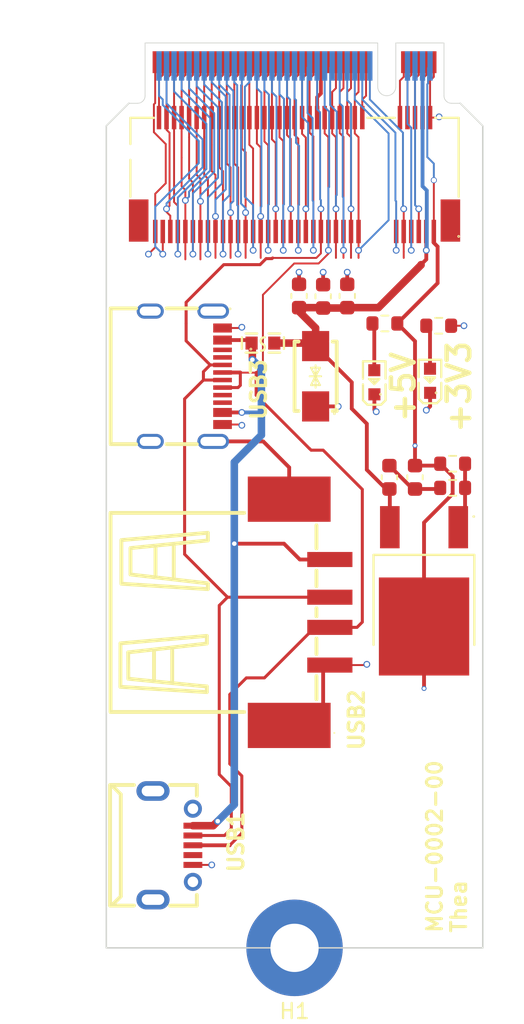
<source format=kicad_pcb>
(kicad_pcb (version 20221018) (generator pcbnew)
  (layers (0 "F.Cu" signal) (1 "In1.Cu" signal) (2 "In2.Cu" signal) (31 "B.Cu" signal) (34 "B.Paste" user) (35 "F.Paste" user) (36 "B.SilkS" user "B.Silkscreen") (37 "F.SilkS" user "F.Silkscreen") (38 "B.Mask" user) (39 "F.Mask" user) (44 "Edge.Cuts" user))
  (net 0 "")
  (net 1 "Net-(CN1-1-Pad11)")
  (net 2 "Net-(CN1-20-Pad21)")
  (net 3 "Net-(CN1-20-Pad23)")
  (net 4 "Net-(CN1-1-Pad10)")
  (net 5 "Net-(CN1-20-Pad25)")
  (net 6 "Net-(CN1-20-Pad27)")
  (net 7 "Net-(CN1-1-Pad66)")
  (net 8 "Net-(CN1-20-Pad33)")
  (net 9 "Net-(CN1-20-Pad35)")
  (net 10 "Net-(CN1-20-Pad37)")
  (net 11 "Net-(CN1-1-Pad5)")
  (net 12 "Net-(CN1-20-Pad39)")
  (net 13 "Net-(CN1-1-Pad69)")
  (net 14 "Net-(CN1-1-Pad71)")
  (net 15 "Net-(CN1-1-Pad73)")
  (net 16 "Net-(CN1-20-Pad41)")
  (net 17 "+3V3")
  (net 18 "Net-(CN1-20-Pad43)")
  (net 19 "Net-(CN1-20-Pad45)")
  (net 20 "Net-(CN1-20-Pad47)")
  (net 21 "Net-(CN1-20-Pad49)")
  (net 22 "Net-(CN1-20-Pad51)")
  (net 23 "Net-(CN1-20-Pad53)")
  (net 24 "Net-(CN1-20-Pad55)")
  (net 25 "Net-(CN1-20-Pad57)")
  (net 26 "Net-(CN1-20-Pad59)")
  (net 27 "Net-(CN1-20-Pad61)")
  (net 28 "Net-(CN1-1-Pad67)")
  (net 29 "Net-(CN1-1-Pad4)")
  (net 30 "Net-(CN1-1-Pad6)")
  (net 31 "Net-(CN1-1-Pad7)")
  (net 32 "Net-(CN1-1-Pad8)")
  (net 33 "Net-(CN1-Pad20)")
  (net 34 "Net-(CN1-20-Pad63)")
  (net 35 "Net-(CN1-1-Pad74)")
  (net 36 "Net-(CN1-1-Pad9)")
  (net 37 "GND")
  (net 38 "Net-(LED1-+)")
  (net 43 "USB+")
  (net 44 "USB-")
  (net 45 "+5V")
  (net 46 "Net-(LED2-+)")
  (net 48 "Net-(CN1-20-Pad32)")
  (net 49 "Net-(CN1-20-Pad30)")
  (net 50 "VBUS")
  (net 51 "Net-(C4-Pad1)")
  (net 52 "Net-(Q1-ADJ)")
  (footprint "footprint:SMA_L4.3-W2.5-LS5.0-BI" (layer "F.Cu") (at 113.9 112 90)
    (fp_text reference "U3" hide)
    (fp_text value "SMAJ5_0CA_C353441")
  )
  (footprint "Capacitor_SMD:C_0603_1608Metric" (layer "F.Cu") (at 116 106.675 -90)
    (fp_text reference "C3" hide)
    (fp_text value "1n")
  )
  (footprint "Resistor_SMD:R_0603_1608Metric" (layer "F.Cu") (at 123 119.4 180)
    (fp_text reference "R3" hide)
    (fp_text value "470R")
  )
  (footprint "Capacitor_SMD:C_0603_1608Metric" (layer "F.Cu") (at 118.8 118.7 -90)
    (fp_text reference "C4" hide)
    (fp_text value "1n")
  )
  (footprint "NGFF:NGFF_M" (layer "F.Cu") (at 112.5 89.9 180)
    (fp_text reference "U2" hide)
    (fp_text value "~")
    (fp_line (start -11 -4) (end -10.425 -4) (stroke (width 0.05)) (layer "Edge.Cuts"))
    (fp_line (start -9.925 -3.5) (end -9.925 0) (stroke (width 0.05)) (layer "Edge.Cuts"))
    (fp_line (start -9.925 0) (end -6.725 0) (stroke (width 0.05)) (layer "Edge.Cuts"))
    (fp_line (start -6.725 0) (end -6.725 -2.9) (stroke (width 0.05)) (layer "Edge.Cuts"))
    (fp_line (start -5.525 -2.9) (end -5.525 0) (stroke (width 0.05)) (layer "Edge.Cuts"))
    (fp_line (start -5.525 0) (end 0 0) (stroke (width 0.05)) (layer "Edge.Cuts"))
    (fp_line (start 0 0) (end 9.925 0) (stroke (width 0.05)) (layer "Edge.Cuts"))
    (fp_line (start 9.925 0) (end 9.925 -3.5) (stroke (width 0.05)) (layer "Edge.Cuts"))
    (fp_line (start 10.425 -4) (end 11 -4) (stroke (width 0.05)) (layer "Edge.Cuts"))
    (fp_arc (start -10.425 -4) (mid -10.071447 -3.853553) (end -9.925 -3.5) (stroke (width 0.05)) (layer "Edge.Cuts"))
    (fp_arc (start -6.725 -2.9) (mid -6.125 -3.5) (end -5.525 -2.9) (stroke (width 0.05)) (layer "Edge.Cuts"))
    (fp_arc (start 9.925 -3.5) (mid 10.071447 -3.853553) (end 10.425 -4) (stroke (width 0.05)) (layer "Edge.Cuts"))
  )
  (footprint "Resistor_SMD:R_0603_1608Metric" (layer "F.Cu") (at 123 117.8 180)
    (fp_text reference "R4" hide)
    (fp_text value "470R")
  )
  (footprint "footprint:CONN-SMD_67P-P0.50-V_NASB0-S6701-TS50" (layer "F.Cu") (at 112.499936 98.625171 180)
    (fp_text reference "CN1" hide)
    (fp_text value "NASB0-S6701-TS50")
  )
  (footprint "Resistor_SMD:R_0603_1608Metric" (layer "F.Cu") (at 118.5 108.5 180)
    (fp_text reference "R1" hide)
    (fp_text value "470R")
  )
  (footprint "Resistor_SMD:R_0603_1608Metric" (layer "F.Cu") (at 122.075 108.65 180)
    (fp_text reference "R2" hide)
    (fp_text value "470R")
  )
  (footprint "Capacitor_SMD:C_0603_1608Metric" (layer "F.Cu") (at 120.5 118.7 90)
    (fp_text reference "C5" hide)
    (fp_text value "1n")
  )
  (footprint "footprint:USB-A-SMD_USB-M-32" (layer "F.Cu") (at 113.49492 127.65 -90)
    (fp_text reference "USB2" hide)
    (fp_text value "A_F_LCPTrue_color1_2pillar_C42605")
  )
  (footprint "footprint:MICRO-USB-SMD_5P-P0.65-H-F_C10418" (layer "F.Cu") (at 104.424968 143.100051 -90)
    (fp_text reference "USB1" hide)
    (fp_text value "micro_USBFemale")
  )
  (footprint "footprint:TO-252-2_L6.6-W6.1-P4.57-LS9.9-TL-CW" (layer "F.Cu") (at 121.1 125.3 -90)
    (fp_text reference "Q1" hide)
    (fp_text value "LM317_C77880")
  )
  (footprint "MountingHole:MountingHole_3.2mm_M3_Pad_TopBottom" (layer "F.Cu") (at 112.5 149.9 180)
    (fp_text reference "H1")
    (fp_text value "MountingHole")
  )
  (footprint "footprint:F0603" (layer "F.Cu") (at 110.4 109.8)
    (fp_text reference "F1" hide)
    (fp_text value "BSMD0603-050-6V")
  )
  (footprint "Capacitor_SMD:C_0603_1608Metric" (layer "F.Cu") (at 114.4 106.7 -90)
    (fp_text reference "C2" hide)
    (fp_text value "100n")
  )
  (footprint "Capacitor_SMD:C_0603_1608Metric" (layer "F.Cu") (at 112.8 106.675 -90)
    (fp_text reference "C1" hide)
    (fp_text value "10u")
  )
  (footprint "footprints:LED0603-RD" (layer "F.Cu") (at 121.5 112.299467 90)
    (fp_text reference "LED1" hide)
    (fp_text value "LTST-C191KRKT")
  )
  (footprint "footprints:USB-C-SMD_G-SWITCH_GT-USB-7010ASV" (layer "F.Cu") (at 105.318524 112.000026 -90)
    (fp_text reference "U1" hide)
    (fp_text value "GT-USB-7010ASV")
  )
  (footprint "footprints:LED0603-RD" (layer "F.Cu") (at 117.8 112.399467 90)
    (fp_text reference "LED2" hide)
    (fp_text value "LTST-C191KRKT")
  )
  (gr_line (start 125 149.9) (end 125 95.4) (stroke (width 0.1)) (layer "Edge.Cuts"))
  (gr_line (start 123.5 93.9) (end 125 95.4) (stroke (width 0.1)) (layer "Edge.Cuts"))
  (gr_line (start 125 149.9) (end 100 149.9) (stroke (width 0.1)) (layer "Edge.Cuts"))
  (gr_line (start 100 149.9) (end 100 95.4) (stroke (width 0.1)) (layer "Edge.Cuts"))
  (gr_line (start 101.5 93.9) (end 100 95.4) (stroke (width 0.1)) (layer "Edge.Cuts"))
  (gr_text "MCU-0002-00\nThea" (at 124 149 90) (layer "F.SilkS") (effects (font (size 1 1) (thickness 0.2) bold) (justify left bottom)))
  (gr_text "USB3" (at 110.7 115 90) (layer "F.SilkS") (effects (font (size 1 1) (thickness 0.22) bold) (justify left bottom)))
  (gr_text "USB2" (at 117.2 136.9 90) (layer "F.SilkS") (effects (font (size 1 1) (thickness 0.22) bold) (justify left bottom)))
  (gr_text "USB1" (at 109.2 145 90) (layer "F.SilkS") (effects (font (size 1 1) (thickness 0.22) bold) (justify left bottom)))
  (gr_text "+3V3" (at 124.3 115.9 90) (layer "F.SilkS") (effects (font (size 1.5 1.5) (thickness 0.3) bold) (justify left bottom)))
  (gr_text "+5V" (at 120.6 115.2 90) (layer "F.SilkS") (effects (font (size 1.5 1.5) (thickness 0.3) bold) (justify left bottom)))
  (segment (start 119.25 103.65) (end 119.25 102.4) (width 0.127) (layer "F.Cu") (net 1))
  (via (at 119.25 103.65) (size 0.45) (drill 0.3) (layers "F.Cu" "B.Cu") (net 1))
  (segment (start 119.25 100.4) (end 119.25 103.65) (width 0.127) (layer "B.Cu") (net 1))
  (segment (start 119.2 100.35) (end 119.25 100.4) (width 0.127) (layer "B.Cu") (net 1))
  (segment (start 117 93.65) (end 119.2 95.85) (width 0.127) (layer "B.Cu") (net 1))
  (segment (start 119.2 95.85) (end 119.2 100.35) (width 0.127) (layer "B.Cu") (net 1))
  (segment (start 117 91.425) (end 117 93.65) (width 0.127) (layer "B.Cu") (net 1))
  (segment (start 116.75 103.65) (end 116.75 102.400128) (width 0.127) (layer "F.Cu") (net 2))
  (segment (start 116.75 96.15) (end 116.749872 96.150128) (width 0.127) (layer "F.Cu") (net 2))
  (segment (start 116.75 102.400128) (end 116.749872 102.4) (width 0.127) (layer "F.Cu") (net 2))
  (segment (start 116.749872 96.150128) (end 116.749872 102.4) (width 0.127) (layer "F.Cu") (net 2))
  (segment (start 116.499936 94.850088) (end 116.499936 95.899936) (width 0.127) (layer "F.Cu") (net 2))
  (segment (start 116.499936 95.899936) (end 116.75 96.15) (width 0.127) (layer "F.Cu") (net 2))
  (segment (start 116.75 103.65) (end 116.75 104.15) (width 0.127) (layer "F.Cu") (net 2))
  (segment (start 116.75 93.15) (end 116.499936 93.400064) (width 0.127) (layer "F.Cu") (net 2))
  (segment (start 116.499936 93.400064) (end 116.499936 94.850088) (width 0.127) (layer "F.Cu") (net 2))
  (segment (start 116.75 91.175) (end 116.75 93.15) (width 0.127) (layer "F.Cu") (net 2))
  (via (at 116.75 103.65) (size 0.45) (drill 0.3) (layers "F.Cu" "B.Cu") (net 2))
  (segment (start 116.5 93.654) (end 116.5 91.425) (width 0.127) (layer "B.Cu") (net 2))
  (segment (start 116.75 103.65) (end 118.746 101.654) (width 0.127) (layer "B.Cu") (net 2))
  (segment (start 118.746 95.9) (end 116.5 93.654) (width 0.127) (layer "B.Cu") (net 2))
  (segment (start 118.746 101.654) (end 118.746 95.9) (width 0.127) (layer "B.Cu") (net 2))
  (segment (start 115.999809 93.150191) (end 115.999809 94.850088) (width 0.127) (layer "F.Cu") (net 3))
  (segment (start 116.25 96.15) (end 116.25 100.9) (width 0.127) (layer "F.Cu") (net 3))
  (segment (start 116.25 92.9) (end 115.999809 93.150191) (width 0.127) (layer "F.Cu") (net 3))
  (segment (start 115.999809 95.899809) (end 116.25 96.15) (width 0.127) (layer "F.Cu") (net 3))
  (segment (start 116.25 91.175) (end 116.25 92.9) (width 0.127) (layer "F.Cu") (net 3))
  (segment (start 115.999809 94.850088) (end 115.999809 95.899809) (width 0.127) (layer "F.Cu") (net 3))
  (segment (start 116.25 100.9) (end 116.25 102.4) (width 0.127) (layer "F.Cu") (net 3))
  (segment (start 116.25 102.4) (end 116.25 104.15) (width 0.127) (layer "F.Cu") (net 3))
  (via (at 116.25 100.9) (size 0.45) (drill 0.3) (layers "F.Cu" "B.Cu") (net 3))
  (segment (start 116.25 93.95) (end 116 93.7) (width 0.127) (layer "B.Cu") (net 3))
  (segment (start 116 93.7) (end 116 91.425) (width 0.127) (layer "B.Cu") (net 3))
  (segment (start 116.25 100.9) (end 116.25 93.95) (width 0.127) (layer "B.Cu") (net 3))
  (segment (start 119.75 92.15) (end 119.499936 92.400064) (width 0.127) (layer "F.Cu") (net 4))
  (segment (start 119.75 92.15) (end 119.75 91.175) (width 0.127) (layer "F.Cu") (net 4))
  (segment (start 119.499936 92.400064) (end 119.499936 94.850088) (width 0.127) (layer "F.Cu") (net 4))
  (segment (start 115.75 92.9) (end 115.499936 93.150064) (width 0.127) (layer "F.Cu") (net 5))
  (segment (start 115.749872 96.124872) (end 115.749872 102.4) (width 0.127) (layer "F.Cu") (net 5))
  (segment (start 115.75 103.65) (end 115.75 102.400128) (width 0.127) (layer "F.Cu") (net 5))
  (segment (start 115.499936 95.874936) (end 115.749872 96.124872) (width 0.127) (layer "F.Cu") (net 5))
  (segment (start 115.75 103.65) (end 115.75 104.15) (width 0.127) (layer "F.Cu") (net 5))
  (segment (start 115.499936 93.150064) (end 115.499936 94.850088) (width 0.127) (layer "F.Cu") (net 5))
  (segment (start 115.499936 94.850088) (end 115.499936 95.874936) (width 0.127) (layer "F.Cu") (net 5))
  (segment (start 115.75 102.400128) (end 115.749872 102.4) (width 0.127) (layer "F.Cu") (net 5))
  (segment (start 115.75 91.175) (end 115.75 92.9) (width 0.127) (layer "F.Cu") (net 5))
  (via (at 115.75 103.65) (size 0.45) (drill 0.3) (layers "F.Cu" "B.Cu") (net 5))
  (segment (start 115.5 93.904) (end 115.7 94.104) (width 0.127) (layer "B.Cu") (net 5))
  (segment (start 115.7 100.1) (end 115.75 100.15) (width 0.127) (layer "B.Cu") (net 5))
  (segment (start 115.5 91.425) (end 115.5 93.904) (width 0.127) (layer "B.Cu") (net 5))
  (segment (start 115.75 100.15) (end 115.75 103.65) (width 0.127) (layer "B.Cu") (net 5))
  (segment (start 115.7 94.104) (end 115.7 100.1) (width 0.127) (layer "B.Cu") (net 5))
  (segment (start 115.25 91.175) (end 115.25 92.9) (width 0.127) (layer "F.Cu") (net 6))
  (segment (start 115.25 92.9) (end 114.999809 93.150191) (width 0.127) (layer "F.Cu") (net 6))
  (segment (start 115.25 96.15) (end 114.999809 95.899809) (width 0.127) (layer "F.Cu") (net 6))
  (segment (start 114.999809 93.150191) (end 114.999809 94.850088) (width 0.127) (layer "F.Cu") (net 6))
  (segment (start 115.25 102.4) (end 115.25 104.15) (width 0.127) (layer "F.Cu") (net 6))
  (segment (start 114.999809 95.899809) (end 114.999809 94.850088) (width 0.127) (layer "F.Cu") (net 6))
  (segment (start 115.25 100.9) (end 115.25 96.15) (width 0.127) (layer "F.Cu") (net 6))
  (segment (start 115.25 102.4) (end 115.25 100.9) (width 0.127) (layer "F.Cu") (net 6))
  (via (at 115.25 100.9) (size 0.45) (drill 0.3) (layers "F.Cu" "B.Cu") (net 6))
  (segment (start 114.975 91.425) (end 115 91.425) (width 0.127) (layer "B.Cu") (net 6))
  (segment (start 115.25 100.03679) (end 115.3 99.98679) (width 0.127) (layer "B.Cu") (net 6))
  (segment (start 115.3 99.98679) (end 115.3 94.458) (width 0.127) (layer "B.Cu") (net 6))
  (segment (start 115.25 100.9) (end 115.25 100.03679) (width 0.127) (layer "B.Cu") (net 6))
  (segment (start 114.8655 94.0235) (end 114.8655 91.5345) (width 0.127) (layer "B.Cu") (net 6))
  (segment (start 115.3 94.458) (end 114.8655 94.0235) (width 0.127) (layer "B.Cu") (net 6))
  (segment (start 114.8655 91.5345) (end 114.975 91.425) (width 0.127) (layer "B.Cu") (net 6))
  (segment (start 105.75 103.9) (end 105.749872 103.899872) (width 0.127) (layer "F.Cu") (net 7))
  (segment (start 105.749872 102.400254) (end 105.749872 99.149872) (width 0.127) (layer "F.Cu") (net 7))
  (segment (start 105.499936 92.277064) (end 105.499936 94.850342) (width 0.127) (layer "F.Cu") (net 7))
  (segment (start 105.749872 103.899872) (end 105.749872 102.400254) (width 0.127) (layer "F.Cu") (net 7))
  (segment (start 105.499936 96.154127) (end 105.499936 94.850342) (width 0.127) (layer "F.Cu") (net 7))
  (segment (start 105.749872 99.149872) (end 105.5 98.9) (width 0.127) (layer "F.Cu") (net 7))
  (segment (start 105.5 98.9) (end 105.5 96.154191) (width 0.127) (layer "F.Cu") (net 7))
  (segment (start 105.5 96.154191) (end 105.499936 96.154127) (width 0.127) (layer "F.Cu") (net 7))
  (segment (start 105.75 91.175) (end 105.75 92.027) (width 0.127) (layer "F.Cu") (net 7))
  (segment (start 105.75 92.027) (end 105.499936 92.277064) (width 0.127) (layer "F.Cu") (net 7))
  (via (at 105.75 103.9) (size 0.45) (drill 0.3) (layers "F.Cu" "B.Cu") (net 7))
  (segment (start 107.168 98.45042) (end 105.75 99.86842) (width 0.127) (layer "B.Cu") (net 7))
  (segment (start 105.5 91.425) (end 105.5 92.9) (width 0.127) (layer "B.Cu") (net 7))
  (segment (start 105.75 99.86842) (end 105.75 103.9) (width 0.127) (layer "B.Cu") (net 7))
  (segment (start 107.168 94.568) (end 107.168 98.45042) (width 0.127) (layer "B.Cu") (net 7))
  (segment (start 105.5 92.9) (end 107.168 94.568) (width 0.127) (layer "B.Cu") (net 7))
  (segment (start 113.75 91.175) (end 113.75 92.027) (width 0.127) (layer "F.Cu") (net 8))
  (segment (start 113.75 102.400128) (end 113.749872 102.4) (width 0.127) (layer "F.Cu") (net 8))
  (segment (start 113.749872 96.100192) (end 113.749872 102.4) (width 0.127) (layer "F.Cu") (net 8))
  (segment (start 113.75 96.100064) (end 113.749872 96.100192) (width 0.127) (layer "F.Cu") (net 8))
  (segment (start 113.75 92.027) (end 113.499936 92.277064) (width 0.127) (layer "F.Cu") (net 8))
  (segment (start 113.499936 94.850088) (end 113.499936 95.85) (width 0.127) (layer "F.Cu") (net 8))
  (segment (start 113.75 103.65) (end 113.75 102.400128) (width 0.127) (layer "F.Cu") (net 8))
  (segment (start 113.499936 92.277064) (end 113.499936 94.850088) (width 0.127) (layer "F.Cu") (net 8))
  (segment (start 113.499936 95.85) (end 113.75 96.100064) (width 0.127) (layer "F.Cu") (net 8))
  (via (at 113.75 103.65) (size 0.45) (drill 0.3) (layers "F.Cu" "B.Cu") (net 8))
  (segment (start 113.475 91.425) (end 113.3655 91.5345) (width 0.127) (layer "B.Cu") (net 8))
  (segment (start 113.3655 91.5345) (end 113.3655 94.54971) (width 0.127) (layer "B.Cu") (net 8))
  (segment (start 113.5 91.425) (end 113.475 91.425) (width 0.127) (layer "B.Cu") (net 8))
  (segment (start 113.7 94.88421) (end 113.7 100.35) (width 0.127) (layer "B.Cu") (net 8))
  (segment (start 113.3655 94.54971) (end 113.7 94.88421) (width 0.127) (layer "B.Cu") (net 8))
  (segment (start 113.75 100.4) (end 113.75 103.65) (width 0.127) (layer "B.Cu") (net 8))
  (segment (start 113.7 100.35) (end 113.75 100.4) (width 0.127) (layer "B.Cu") (net 8))
  (segment (start 113.25 100.9) (end 113.25 96.175191) (width 0.127) (layer "F.Cu") (net 9))
  (segment (start 112.999809 92.277191) (end 112.999809 94.850088) (width 0.127) (layer "F.Cu") (net 9))
  (segment (start 113.25 96.175191) (end 112.999809 95.925) (width 0.127) (layer "F.Cu") (net 9))
  (segment (start 112.999809 95.925) (end 112.999809 94.850088) (width 0.127) (layer "F.Cu") (net 9))
  (segment (start 113.25 91.175) (end 113.25 92.027) (width 0.127) (layer "F.Cu") (net 9))
  (segment (start 113.25 100.9) (end 113.25 102.4) (width 0.127) (layer "F.Cu") (net 9))
  (segment (start 113.25 92.027) (end 112.999809 92.277191) (width 0.127) (layer "F.Cu") (net 9))
  (via (at 113.25 100.9) (size 0.45) (drill 0.3) (layers "F.Cu" "B.Cu") (net 9))
  (segment (start 113 91.425) (end 113 94.8) (width 0.127) (layer "B.Cu") (net 9))
  (segment (start 113.4 100.75) (end 113.25 100.9) (width 0.127) (layer "B.Cu") (net 9))
  (segment (start 113.4 95.2) (end 113.4 100.75) (width 0.127) (layer "B.Cu") (net 9))
  (segment (start 113 94.8) (end 113.4 95.2) (width 0.127) (layer "B.Cu") (net 9))
  (segment (start 112.75 92.027) (end 112.499936 92.277064) (width 0.127) (layer "F.Cu") (net 10))
  (segment (start 112.749872 102.4) (end 112.749872 96.249872) (width 0.127) (layer "F.Cu") (net 10))
  (segment (start 112.499936 95.999936) (end 112.499936 94.850088) (width 0.127) (layer "F.Cu") (net 10))
  (segment (start 112.75 102.400128) (end 112.749872 102.4) (width 0.127) (layer "F.Cu") (net 10))
  (segment (start 112.749872 96.249872) (end 112.499936 95.999936) (width 0.127) (layer "F.Cu") (net 10))
  (segment (start 112.75 91.175) (end 112.75 92.027) (width 0.127) (layer "F.Cu") (net 10))
  (segment (start 112.75 103.65) (end 112.75 102.400128) (width 0.127) (layer "F.Cu") (net 10))
  (segment (start 112.499936 92.277064) (end 112.499936 94.850088) (width 0.127) (layer "F.Cu") (net 10))
  (via (at 112.75 103.65) (size 0.45) (drill 0.3) (layers "F.Cu" "B.Cu") (net 10))
  (segment (start 112.8 96.722) (end 112.8 100.63158) (width 0.127) (layer "B.Cu") (net 10))
  (segment (start 112.6 96.522) (end 112.8 96.722) (width 0.127) (layer "B.Cu") (net 10))
  (segment (start 112.5 93.58684) (end 112.6 93.68684) (width 0.127) (layer "B.Cu") (net 10))
  (segment (start 112.8 100.63158) (end 112.75 100.68158) (width 0.127) (layer "B.Cu") (net 10))
  (segment (start 112.6 93.68684) (end 112.6 96.522) (width 0.127) (layer "B.Cu") (net 10))
  (segment (start 112.5 91.425) (end 112.5 93.58684) (width 0.127) (layer "B.Cu") (net 10))
  (segment (start 112.75 100.68158) (end 112.75 103.65) (width 0.127) (layer "B.Cu") (net 10))
  (segment (start 120.749872 100.9) (end 120.749872 102.4) (width 0.127) (layer "F.Cu") (net 11))
  (via (at 120.749872 100.9) (size 0.45) (drill 0.3) (layers "F.Cu" "B.Cu") (net 11))
  (segment (start 120.504 100.654128) (end 120.504 95.412) (width 0.127) (layer "B.Cu") (net 11))
  (segment (start 120.5 95.408) (end 120.5 91.425) (width 0.127) (layer "B.Cu") (net 11))
  (segment (start 120.504 95.412) (end 120.5 95.408) (width 0.127) (layer "B.Cu") (net 11))
  (segment (start 120.749872 100.9) (end 120.504 100.654128) (width 0.127) (layer "B.Cu") (net 11))
  (segment (start 111.999809 92.277191) (end 111.999809 94.850088) (width 0.127) (layer "F.Cu") (net 12))
  (segment (start 112.25 92.027) (end 111.999809 92.277191) (width 0.127) (layer "F.Cu") (net 12))
  (segment (start 112.25 91.175) (end 112.25 92.027) (width 0.127) (layer "F.Cu") (net 12))
  (segment (start 112.25 96.259592) (end 111.999809 96.009401) (width 0.127) (layer "F.Cu") (net 12))
  (segment (start 112.25 100.9) (end 112.25 102.4) (width 0.127) (layer "F.Cu") (net 12))
  (segment (start 112.25 100.9) (end 112.25 96.259592) (width 0.127) (layer "F.Cu") (net 12))
  (segment (start 111.999809 94.850088) (end 111.999809 96.009401) (width 0.127) (layer "F.Cu") (net 12))
  (via (at 112.25 100.9) (size 0.45) (drill 0.3) (layers "F.Cu" "B.Cu") (net 12))
  (segment (start 112 93.44605) (end 112.2 93.64605) (width 0.127) (layer "B.Cu") (net 12))
  (segment (start 112.2 93.64605) (end 112.2 100.77237) (width 0.127) (layer "B.Cu") (net 12))
  (segment (start 112 91.425) (end 112 93.44605) (width 0.127) (layer "B.Cu") (net 12))
  (segment (start 112.2 100.77237) (end 112.25 100.82237) (width 0.127) (layer "B.Cu") (net 12))
  (segment (start 112.25 100.82237) (end 112.25 100.9) (width 0.127) (layer "B.Cu") (net 12))
  (segment (start 104.499936 100.448997) (end 104.749872 100.698933) (width 0.127) (layer "F.Cu") (net 13))
  (segment (start 104.499936 92.277064) (end 104.499936 94.850342) (width 0.127) (layer "F.Cu") (net 13))
  (segment (start 104.499936 94.850342) (end 104.499936 100.448997) (width 0.127) (layer "F.Cu") (net 13))
  (segment (start 104.75 103.9) (end 104.749872 103.899872) (width 0.127) (layer "F.Cu") (net 13))
  (segment (start 104.75 92.027) (end 104.499936 92.277064) (width 0.127) (layer "F.Cu") (net 13))
  (segment (start 104.749872 103.899872) (end 104.749872 102.4) (width 0.127) (layer "F.Cu") (net 13))
  (segment (start 104.75 91.175) (end 104.75 92.027) (width 0.127) (layer "F.Cu") (net 13))
  (segment (start 104.749872 100.698933) (end 104.749872 102.4) (width 0.127) (layer "F.Cu") (net 13))
  (via (at 104.75 103.9) (size 0.45) (drill 0.3) (layers "F.Cu" "B.Cu") (net 13))
  (segment (start 106.646 98.254) (end 104.75 100.15) (width 0.127) (layer "B.Cu") (net 13))
  (segment (start 104.75 100.15) (end 104.75 103.9) (width 0.127) (layer "B.Cu") (net 13))
  (segment (start 104.5 93.11842) (end 106.646 95.26442) (width 0.127) (layer "B.Cu") (net 13))
  (segment (start 106.646 95.26442) (end 106.646 98.254) (width 0.127) (layer "B.Cu") (net 13))
  (segment (start 104.5 91.425) (end 104.5 93.11842) (width 0.127) (layer "B.Cu") (net 13))
  (segment (start 104.2 100.7) (end 104.2 95.856412) (width 0.127) (layer "F.Cu") (net 14))
  (segment (start 104 100.9) (end 104 101.107332) (width 0.127) (layer "F.Cu") (net 14))
  (segment (start 103.999809 95.656221) (end 103.999809 94.850342) (width 0.127) (layer "F.Cu") (net 14))
  (segment (start 104.25 92.027) (end 103.999809 92.277191) (width 0.127) (layer "F.Cu") (net 14))
  (segment (start 104.25 91.175) (end 104.25 92.027) (width 0.127) (layer "F.Cu") (net 14))
  (segment (start 103.999809 92.277191) (end 103.999809 94.850342) (width 0.127) (layer "F.Cu") (net 14))
  (segment (start 104.25 101.357332) (end 104.25 102.4) (width 0.127) (layer "F.Cu") (net 14))
  (segment (start 104 101.107332) (end 104.25 101.357332) (width 0.127) (layer "F.Cu") (net 14))
  (segment (start 104.2 95.856412) (end 103.999809 95.656221) (width 0.127) (layer "F.Cu") (net 14))
  (segment (start 104 100.9) (end 104.2 100.7) (width 0.127) (layer "F.Cu") (net 14))
  (via (at 104 100.9) (size 0.45) (drill 0.3) (layers "F.Cu" "B.Cu") (net 14))
  (segment (start 106.392 96.295302) (end 104 93.903302) (width 0.127) (layer "B.Cu") (net 14))
  (segment (start 104 93.903302) (end 104 91.425) (width 0.127) (layer "B.Cu") (net 14))
  (segment (start 104 100.9) (end 104 100.54079) (width 0.127) (layer "B.Cu") (net 14))
  (segment (start 106.392 98.14879) (end 106.392 96.295302) (width 0.127) (layer "B.Cu") (net 14))
  (segment (start 104 100.54079) (end 106.392 98.14879) (width 0.127) (layer "B.Cu") (net 14))
  (segment (start 103.75 103.9) (end 103.749872 103.899872) (width 0.127) (layer "F.Cu") (net 15))
  (segment (start 103.749872 103.899872) (end 103.749872 102.4) (width 0.127) (layer "F.Cu") (net 15))
  (via (at 103.75 103.9) (size 0.45) (drill 0.3) (layers "F.Cu" "B.Cu") (net 15))
  (segment (start 106.138 96.400512) (end 106.138 97.87121) (width 0.127) (layer "B.Cu") (net 15))
  (segment (start 103.5 93.4) (end 103.746 93.646) (width 0.127) (layer "B.Cu") (net 15))
  (segment (start 103.25 103.4) (end 103.75 103.9) (width 0.127) (layer "B.Cu") (net 15))
  (segment (start 103.746 94.008512) (end 106.138 96.400512) (width 0.127) (layer "B.Cu") (net 15))
  (segment (start 103.746 93.646) (end 103.746 94.008512) (width 0.127) (layer "B.Cu") (net 15))
  (segment (start 103.25 100.75921) (end 103.25 103.4) (width 0.127) (layer "B.Cu") (net 15))
  (segment (start 103.5 91.425) (end 103.5 93.4) (width 0.127) (layer "B.Cu") (net 15))
  (segment (start 106.138 97.87121) (end 103.25 100.75921) (width 0.127) (layer "B.Cu") (net 15))
  (segment (start 111.75 91.175) (end 111.75 92.027) (width 0.127) (layer "F.Cu") (net 16))
  (segment (start 111.75 92.027) (end 111.499936 92.277064) (width 0.127) (layer "F.Cu") (net 16))
  (segment (start 111.749872 102.4) (end 111.749872 96.4) (width 0.127) (layer "F.Cu") (net 16))
  (segment (start 111.499936 92.277064) (end 111.499936 94.850342) (width 0.127) (layer "F.Cu") (net 16))
  (segment (start 111.499936 94.850342) (end 111.499936 96.150064) (width 0.127) (layer "F.Cu") (net 16))
  (segment (start 111.749872 96.4) (end 111.499936 96.150064) (width 0.127) (layer "F.Cu") (net 16))
  (segment (start 111.75 102.400128) (end 111.749872 102.4) (width 0.127) (layer "F.Cu") (net 16))
  (segment (start 111.75 103.65) (end 111.75 102.400128) (width 0.127) (layer "F.Cu") (net 16))
  (via (at 111.75 103.65) (size 0.45) (drill 0.3) (layers "F.Cu" "B.Cu") (net 16))
  (segment (start 111.75 100.65) (end 111.75 103.65) (width 0.127) (layer "B.Cu") (net 16))
  (segment (start 111.8 100.6) (end 111.75 100.65) (width 0.127) (layer "B.Cu") (net 16))
  (segment (start 111.5 93.30526) (end 111.8 93.60526) (width 0.127) (layer "B.Cu") (net 16))
  (segment (start 111.5 91.425) (end 111.5 93.30526) (width 0.127) (layer "B.Cu") (net 16))
  (segment (start 111.8 93.60526) (end 111.8 100.6) (width 0.127) (layer "B.Cu") (net 16))
  (segment (start 122 103.4) (end 122 105.825) (width 0.254) (layer "F.Cu") (net 17))
  (segment (start 120.5 109.675) (end 119.325 108.5) (width 0.254) (layer "F.Cu") (net 17))
  (segment (start 121.749872 102.4) (end 121.749872 103.149872) (width 0.254) (layer "F.Cu") (net 17))
  (segment (start 121.1 121.7) (end 123 119.8) (width 0.254) (layer "F.Cu") (net 17))
  (segment (start 122.05 117.925) (end 122.175 117.8) (width 0.254) (layer "F.Cu") (net 17))
  (segment (start 121.1 128.591974) (end 121.1 121.7) (width 0.254) (layer "F.Cu") (net 17))
  (segment (start 121.749872 103.149872) (end 122 103.4) (width 0.254) (layer "F.Cu") (net 17))
  (segment (start 123 118.625) (end 122.175 117.8) (width 0.254) (layer "F.Cu") (net 17))
  (segment (start 123 119.8) (end 123 118.625) (width 0.254) (layer "F.Cu") (net 17))
  (segment (start 120.5 117.925) (end 120.5 116.6) (width 0.254) (layer "F.Cu") (net 17))
  (segment (start 122 105.825) (end 119.325 108.5) (width 0.254) (layer "F.Cu") (net 17))
  (segment (start 120.5 117.925) (end 122.05 117.925) (width 0.254) (layer "F.Cu") (net 17))
  (segment (start 121.749872 99) (end 121.749872 102.4) (width 0.127) (layer "F.Cu") (net 17))
  (segment (start 120.5 116.6) (end 120.5 109.675) (width 0.254) (layer "F.Cu") (net 17))
  (segment (start 121.1 128.591974) (end 121.1 132.7) (width 0.254) (layer "F.Cu") (net 17))
  (via (at 120.5 116.6) (size 0.33) (drill 0.2) (layers "F.Cu" "B.Cu") (net 17))
  (via (at 121.1 132.7) (size 0.33) (drill 0.2) (layers "F.Cu" "B.Cu") (net 17))
  (via (at 121.749872 99) (size 0.4) (drill 0.3) (layers "F.Cu" "B.Cu") (net 17))
  (segment (start 121.749872 97.899872) (end 121.3175 97.4675) (width 0.127) (layer "B.Cu") (net 17))
  (segment (start 121.3175 97.4675) (end 121.3175 92.6385) (width 0.127) (layer "B.Cu") (net 17))
  (segment (start 121.749872 99) (end 121.749872 97.899872) (width 0.127) (layer "B.Cu") (net 17))
  (segment (start 121.3655 91.5595) (end 121.5 91.425) (width 0.127) (layer "B.Cu") (net 17))
  (segment (start 121.3655 92.5905) (end 121.3655 91.5595) (width 0.127) (layer "B.Cu") (net 17))
  (segment (start 121.3175 92.6385) (end 121.3655 92.5905) (width 0.127) (layer "B.Cu") (net 17))
  (segment (start 111.25 92.027) (end 110.999809 92.277191) (width 0.127) (layer "F.Cu") (net 18))
  (segment (start 110.999809 92.277191) (end 110.999809 94.850342) (width 0.127) (layer "F.Cu") (net 18))
  (segment (start 111.25 100.9) (end 111.25 96.541172) (width 0.127) (layer "F.Cu") (net 18))
  (segment (start 111.25 96.541172) (end 110.999809 96.290981) (width 0.127) (layer "F.Cu") (net 18))
  (segment (start 111.25 91.175) (end 111.25 92.027) (width 0.127) (layer "F.Cu") (net 18))
  (segment (start 111.25 100.9) (end 111.25 102.4) (width 0.127) (layer "F.Cu") (net 18))
  (segment (start 110.999809 94.850342) (end 110.999809 96.290981) (width 0.127) (layer "F.Cu") (net 18))
  (via (at 111.25 100.9) (size 0.45) (drill 0.3) (layers "F.Cu" "B.Cu") (net 18))
  (segment (start 111.3 93.46447) (end 111.3 100.74079) (width 0.127) (layer "B.Cu") (net 18))
  (segment (start 111.25 100.79079) (end 111.25 100.9) (width 0.127) (layer "B.Cu") (net 18))
  (segment (start 111.3 100.74079) (end 111.25 100.79079) (width 0.127) (layer "B.Cu") (net 18))
  (segment (start 111 93.16447) (end 111.3 93.46447) (width 0.127) (layer "B.Cu") (net 18))
  (segment (start 111 91.425) (end 111 93.16447) (width 0.127) (layer "B.Cu") (net 18))
  (segment (start 110.749872 96.68158) (end 110.499936 96.431644) (width 0.127) (layer "F.Cu") (net 19))
  (segment (start 110.749872 102.4) (end 110.749872 103.649872) (width 0.127) (layer "F.Cu") (net 19))
  (segment (start 110.749872 102.4) (end 110.749872 96.68158) (width 0.127) (layer "F.Cu") (net 19))
  (segment (start 110.749872 103.649872) (end 110.75 103.65) (width 0.127) (layer "F.Cu") (net 19))
  (segment (start 110.499936 94.850342) (end 110.499936 96.431644) (width 0.127) (layer "F.Cu") (net 19))
  (segment (start 110.499936 92.277064) (end 110.499936 94.850342) (width 0.127) (layer "F.Cu") (net 19))
  (segment (start 110.75 91.175) (end 110.75 92.027) (width 0.127) (layer "F.Cu") (net 19))
  (segment (start 110.75 92.027) (end 110.499936 92.277064) (width 0.127) (layer "F.Cu") (net 19))
  (via (at 110.75 103.65) (size 0.45) (drill 0.3) (layers "F.Cu" "B.Cu") (net 19))
  (segment (start 110.8 100.6) (end 110.8 93.32368) (width 0.127) (layer "B.Cu") (net 19))
  (segment (start 110.5 93.02368) (end 110.5 91.425) (width 0.127) (layer "B.Cu") (net 19))
  (segment (start 110.8 93.32368) (end 110.5 93.02368) (width 0.127) (layer "B.Cu") (net 19))
  (segment (start 110.75 103.65) (end 110.75 100.65) (width 0.127) (layer "B.Cu") (net 19))
  (segment (start 110.75 100.65) (end 110.8 100.6) (width 0.127) (layer "B.Cu") (net 19))
  (segment (start 110.25 91.175) (end 110.25 92.027) (width 0.127) (layer "F.Cu") (net 20))
  (segment (start 110.25 92.027) (end 109.999809 92.277191) (width 0.127) (layer "F.Cu") (net 20))
  (segment (start 109.999809 92.277191) (end 109.999809 94.850342) (width 0.127) (layer "F.Cu") (net 20))
  (segment (start 110.25 96.822752) (end 109.999809 96.572561) (width 0.127) (layer "F.Cu") (net 20))
  (segment (start 110.25 102.4) (end 110.25 101.4) (width 0.127) (layer "F.Cu") (net 20))
  (segment (start 110.25 104.15) (end 110.25 102.4) (width 0.127) (layer "F.Cu") (net 20))
  (segment (start 110.25 101.4) (end 110.25 96.822752) (width 0.127) (layer "F.Cu") (net 20))
  (segment (start 109.999809 94.850342) (end 109.999809 96.572561) (width 0.127) (layer "F.Cu") (net 20))
  (via (at 110.25 101.4) (size 0.45) (drill 0.3) (layers "F.Cu" "B.Cu") (net 20))
  (segment (start 110.25 101.4) (end 110.25 100.79079) (width 0.127) (layer "B.Cu") (net 20))
  (segment (start 110.3 100.74079) (end 110.3 93.2) (width 0.127) (layer "B.Cu") (net 20))
  (segment (start 110 92.9) (end 110 91.425) (width 0.127) (layer "B.Cu") (net 20))
  (segment (start 110.3 93.2) (end 110 92.9) (width 0.127) (layer "B.Cu") (net 20))
  (segment (start 110.25 100.79079) (end 110.3 100.74079) (width 0.127) (layer "B.Cu") (net 20))
  (segment (start 109.745809 96.895937) (end 109.499936 96.650064) (width 0.127) (layer "F.Cu") (net 21))
  (segment (start 109.75 103.65) (end 109.75 102.400128) (width 0.127) (layer "F.Cu") (net 21))
  (segment (start 109.75 102.400128) (end 109.749872 102.4) (width 0.127) (layer "F.Cu") (net 21))
  (segment (start 109.75 91.175) (end 109.75 92.027) (width 0.127) (layer "F.Cu") (net 21))
  (segment (start 109.749872 102.4) (end 109.745809 102.395937) (width 0.127) (layer "F.Cu") (net 21))
  (segment (start 109.75 92.027) (end 109.499936 92.277064) (width 0.127) (layer "F.Cu") (net 21))
  (segment (start 109.499936 92.277064) (end 109.499936 94.850342) (width 0.127) (layer "F.Cu") (net 21))
  (segment (start 109.745809 102.395937) (end 109.745809 96.895937) (width 0.127) (layer "F.Cu") (net 21))
  (segment (start 109.499936 94.850342) (end 109.499936 96.650064) (width 0.127) (layer "F.Cu") (net 21))
  (via (at 109.75 103.65) (size 0.45) (drill 0.3) (layers "F.Cu" "B.Cu") (net 21))
  (segment (start 109.5 91.425) (end 109.5 92.50921) (width 0.127) (layer "B.Cu") (net 21))
  (segment (start 109.2 100.1) (end 109.75 100.65) (width 0.127) (layer "B.Cu") (net 21))
  (segment (start 109.75 100.65) (end 109.75 103.65) (width 0.127) (layer "B.Cu") (net 21))
  (segment (start 109.5 92.50921) (end 109.2 92.80921) (width 0.127) (layer "B.Cu") (net 21))
  (segment (start 109.2 92.80921) (end 109.2 100.1) (width 0.127) (layer "B.Cu") (net 21))
  (segment (start 109 96.9) (end 109 96.15) (width 0.127) (layer "F.Cu") (net 22))
  (segment (start 109.25 101.15) (end 109.25 97.15) (width 0.127) (layer "F.Cu") (net 22))
  (segment (start 109.25 92.027) (end 108.999809 92.277191) (width 0.127) (layer "F.Cu") (net 22))
  (segment (start 108.999809 96.149809) (end 109 96.15) (width 0.127) (layer "F.Cu") (net 22))
  (segment (start 108.999809 92.277191) (end 108.999809 94.850342) (width 0.127) (layer "F.Cu") (net 22))
  (segment (start 109.25 102.4) (end 109.25 104.15) (width 0.127) (layer "F.Cu") (net 22))
  (segment (start 109.25 97.15) (end 109 96.9) (width 0.127) (layer "F.Cu") (net 22))
  (segment (start 109.25 91.175) (end 109.25 92.027) (width 0.127) (layer "F.Cu") (net 22))
  (segment (start 109.25 101.15) (end 109.25 102.4) (width 0.127) (layer "F.Cu") (net 22))
  (segment (start 108.999809 94.850342) (end 108.999809 96.149809) (width 0.127) (layer "F.Cu") (net 22))
  (via (at 109.25 101.15) (size 0.45) (drill 0.3) (layers "F.Cu" "B.Cu") (net 22))
  (segment (start 109.25 100.85395) (end 109.25 101.15) (width 0.127) (layer "B.Cu") (net 22))
  (segment (start 108.946 100.54995) (end 109.25 100.85395) (width 0.127) (layer "B.Cu") (net 22))
  (segment (start 108.946 92.704) (end 108.946 100.54995) (width 0.127) (layer "B.Cu") (net 22))
  (segment (start 109 92.65) (end 108.946 92.704) (width 0.127) (layer "B.Cu") (net 22))
  (segment (start 109 91.425) (end 109 92.65) (width 0.127) (layer "B.Cu") (net 22))
  (segment (start 108.499936 92.277064) (end 108.499936 94.850342) (width 0.127) (layer "F.Cu") (net 23))
  (segment (start 108.499936 97.900064) (end 108.499936 94.850342) (width 0.127) (layer "F.Cu") (net 23))
  (segment (start 108.75 92.027) (end 108.499936 92.277064) (width 0.127) (layer "F.Cu") (net 23))
  (segment (start 108.75 103.9) (end 108.749872 103.899872) (width 0.127) (layer "F.Cu") (net 23))
  (segment (start 108.749872 103.899872) (end 108.749872 102.4) (width 0.127) (layer "F.Cu") (net 23))
  (segment (start 108.749872 102.4) (end 108.749872 98.15) (width 0.127) (layer "F.Cu") (net 23))
  (segment (start 108.75 91.175) (end 108.75 92.027) (width 0.127) (layer "F.Cu") (net 23))
  (segment (start 108.749872 98.15) (end 108.499936 97.900064) (width 0.127) (layer "F.Cu") (net 23))
  (via (at 108.75 103.9) (size 0.45) (drill 0.3) (layers "F.Cu" "B.Cu") (net 23))
  (segment (start 108.5 91.425) (end 108.5 92.50921) (width 0.127) (layer "B.Cu") (net 23))
  (segment (start 108.692 92.70121) (end 108.692 100.65516) (width 0.127) (layer "B.Cu") (net 23))
  (segment (start 108.692 100.65516) (end 108.75 100.71316) (width 0.127) (layer "B.Cu") (net 23))
  (segment (start 108.5 92.50921) (end 108.692 92.70121) (width 0.127) (layer "B.Cu") (net 23))
  (segment (start 108.75 100.71316) (end 108.75 103.9) (width 0.127) (layer "B.Cu") (net 23))
  (segment (start 107.999809 92.277191) (end 107.999809 94.850342) (width 0.127) (layer "F.Cu") (net 24))
  (segment (start 108.25 101.15) (end 108.25 98.15) (width 0.127) (layer "F.Cu") (net 24))
  (segment (start 108.25 102.4) (end 108.25 104.15) (width 0.127) (layer "F.Cu") (net 24))
  (segment (start 108.25 91.175) (end 108.25 92.027) (width 0.127) (layer "F.Cu") (net 24))
  (segment (start 108.25 101.15) (end 108.25 102.4) (width 0.127) (layer "F.Cu") (net 24))
  (segment (start 108.25 98.15) (end 107.999809 97.899809) (width 0.127) (layer "F.Cu") (net 24))
  (segment (start 108.25 92.027) (end 107.999809 92.277191) (width 0.127) (layer "F.Cu") (net 24))
  (segment (start 107.999809 97.899809) (end 107.999809 94.850342) (width 0.127) (layer "F.Cu") (net 24))
  (via (at 108.25 101.15) (size 0.45) (drill 0.3) (layers "F.Cu" "B.Cu") (net 24))
  (segment (start 108 91.425) (end 108 92.65) (width 0.127) (layer "B.Cu") (net 24))
  (segment (start 108.438 100.38437) (end 108.25 100.57237) (width 0.127) (layer "B.Cu") (net 24))
  (segment (start 108 92.65) (end 108.438 93.088) (width 0.127) (layer "B.Cu") (net 24))
  (segment (start 108.438 93.088) (end 108.438 100.38437) (width 0.127) (layer "B.Cu") (net 24))
  (segment (start 108.25 100.57237) (end 108.25 101.15) (width 0.127) (layer "B.Cu") (net 24))
  (segment (start 107.499936 92.277064) (end 107.499936 94.850342) (width 0.127) (layer "F.Cu") (net 25))
  (segment (start 107.745809 98.395809) (end 107.5 98.15) (width 0.127) (layer "F.Cu") (net 25))
  (segment (start 107.75 92.027) (end 107.499936 92.277064) (width 0.127) (layer "F.Cu") (net 25))
  (segment (start 107.745809 102.395937) (end 107.745809 98.395809) (width 0.127) (layer "F.Cu") (net 25))
  (segment (start 107.5 96.900128) (end 107.499936 96.900064) (width 0.127) (layer "F.Cu") (net 25))
  (segment (start 107.75 91.175) (end 107.75 92.027) (width 0.127) (layer "F.Cu") (net 25))
  (segment (start 107.749872 102.4) (end 107.745809 102.395937) (width 0.127) (layer "F.Cu") (net 25))
  (segment (start 107.749872 103.899872) (end 107.749872 102.4) (width 0.127) (layer "F.Cu") (net 25))
  (segment (start 107.5 98.15) (end 107.5 96.900128) (width 0.127) (layer "F.Cu") (net 25))
  (segment (start 107.75 103.9) (end 107.749872 103.899872) (width 0.127) (layer "F.Cu") (net 25))
  (segment (start 107.499936 96.900064) (end 107.499936 94.850342) (width 0.127) (layer "F.Cu") (net 25))
  (via (at 107.75 103.9) (size 0.45) (drill 0.3) (layers "F.Cu" "B.Cu") (net 25))
  (segment (start 108.184 93.334) (end 108.184 99.99758) (width 0.127) (layer "B.Cu") (net 25))
  (segment (start 108.184 99.99758) (end 107.75 100.43158) (width 0.127) (layer "B.Cu") (net 25))
  (segment (start 107.5 91.425) (end 107.5 92.65) (width 0.127) (layer "B.Cu") (net 25))
  (segment (start 107.75 100.43158) (end 107.75 103.9) (width 0.127) (layer "B.Cu") (net 25))
  (segment (start 107.5 92.65) (end 108.184 93.334) (width 0.127) (layer "B.Cu") (net 25))
  (segment (start 107.25 102.400254) (end 107.25 104.15) (width 0.127) (layer "F.Cu") (net 26))
  (segment (start 107.25 101.4) (end 107.25 102.400254) (width 0.127) (layer "F.Cu") (net 26))
  (segment (start 107 98.4) (end 107 96.650191) (width 0.127) (layer "F.Cu") (net 26))
  (segment (start 107.25 101.4) (end 107.25 98.65) (width 0.127) (layer "F.Cu") (net 26))
  (segment (start 107.25 91.175) (end 107.25 92.027) (width 0.127) (layer "F.Cu") (net 26))
  (segment (start 106.999809 96.65) (end 106.999809 94.850342) (width 0.127) (layer "F.Cu") (net 26))
  (segment (start 107.25 98.65) (end 107 98.4) (width 0.127) (layer "F.Cu") (net 26))
  (segment (start 106.999809 92.277191) (end 106.999809 94.850342) (width 0.127) (layer "F.Cu") (net 26))
  (segment (start 107.25 92.027) (end 106.999809 92.277191) (width 0.127) (layer "F.Cu") (net 26))
  (segment (start 107 96.650191) (end 106.999809 96.65) (width 0.127) (layer "F.Cu") (net 26))
  (via (at 107.25 101.4) (size 0.45) (drill 0.3) (layers "F.Cu" "B.Cu") (net 26))
  (segment (start 107.93 93.43921) (end 107 92.50921) (width 0.127) (layer "B.Cu") (net 26))
  (segment (start 107.93 99.61079) (end 107.93 93.43921) (width 0.127) (layer "B.Cu") (net 26))
  (segment (start 107 92.50921) (end 107 91.425) (width 0.127) (layer "B.Cu") (net 26))
  (segment (start 107.25 101.4) (end 107.25 100.29079) (width 0.127) (layer "B.Cu") (net 26))
  (segment (start 107.25 100.29079) (end 107.93 99.61079) (width 0.127) (layer "B.Cu") (net 26))
  (segment (start 106.5 96.150064) (end 106.499936 96.15) (width 0.127) (layer "F.Cu") (net 27))
  (segment (start 106.499936 92.277064) (end 106.499936 94.850342) (width 0.127) (layer "F.Cu") (net 27))
  (segment (start 106.749872 102.400254) (end 106.749872 98.899872) (width 0.127) (layer "F.Cu") (net 27))
  (segment (start 106.5 98.65) (end 106.5 96.150064) (width 0.127) (layer "F.Cu") (net 27))
  (segment (start 106.749872 98.899872) (end 106.5 98.65) (width 0.127) (layer "F.Cu") (net 27))
  (segment (start 106.749872 103.899872) (end 106.749872 102.400254) (width 0.127) (layer "F.Cu") (net 27))
  (segment (start 106.75 103.9) (end 106.749872 103.899872) (width 0.127) (layer "F.Cu") (net 27))
  (segment (start 106.75 92.027) (end 106.499936 92.277064) (width 0.127) (layer "F.Cu") (net 27))
  (segment (start 106.75 91.175) (end 106.75 92.027) (width 0.127) (layer "F.Cu") (net 27))
  (segment (start 106.499936 96.15) (end 106.499936 94.850342) (width 0.127) (layer "F.Cu") (net 27))
  (via (at 106.75 103.9) (size 0.45) (drill 0.3) (layers "F.Cu" "B.Cu") (net 27))
  (segment (start 106.5 92.65) (end 107.676 93.826) (width 0.127) (layer "B.Cu") (net 27))
  (segment (start 107.676 99.224) (end 106.75 100.15) (width 0.127) (layer "B.Cu") (net 27))
  (segment (start 107.676 93.826) (end 107.676 99.224) (width 0.127) (layer "B.Cu") (net 27))
  (segment (start 106.75 100.15) (end 106.75 103.9) (width 0.127) (layer "B.Cu") (net 27))
  (segment (start 106.5 91.425) (end 106.5 92.65) (width 0.127) (layer "B.Cu") (net 27))
  (segment (start 105.25 91.175) (end 105.25 92.027) (width 0.127) (layer "F.Cu") (net 28))
  (segment (start 105.25 92.027) (end 104.999809 92.277191) (width 0.127) (layer "F.Cu") (net 28))
  (segment (start 105.25 100.339395) (end 105.25 99.65) (width 0.127) (layer "F.Cu") (net 28))
  (segment (start 105 99.4) (end 105 97.506839) (width 0.127) (layer "F.Cu") (net 28))
  (segment (start 105.25 102.4) (end 105.25 104.25) (width 0.127) (layer "F.Cu") (net 28))
  (segment (start 105.25 100.339395) (end 105.25 102.4) (width 0.127) (layer "F.Cu") (net 28))
  (segment (start 104.999809 97.506648) (end 104.999809 94.850342) (width 0.127) (layer "F.Cu") (net 28))
  (segment (start 105 97.506839) (end 104.999809 97.506648) (width 0.127) (layer "F.Cu") (net 28))
  (segment (start 105.25 99.65) (end 105 99.4) (width 0.127) (layer "F.Cu") (net 28))
  (segment (start 104.999809 92.277191) (end 104.999809 94.850342) (width 0.127) (layer "F.Cu") (net 28))
  (via (at 105.25 100.339395) (size 0.45) (drill 0.3) (layers "F.Cu" "B.Cu") (net 28))
  (segment (start 105 92.97763) (end 105 91.425) (width 0.127) (layer "B.Cu") (net 28))
  (segment (start 106.9 98.35921) (end 106.9 94.87763) (width 0.127) (layer "B.Cu") (net 28))
  (segment (start 105.496 99.76321) (end 106.9 98.35921) (width 0.127) (layer "B.Cu") (net 28))
  (segment (start 106.9 94.87763) (end 105 92.97763) (width 0.127) (layer "B.Cu") (net 28))
  (segment (start 105.496 100.093395) (end 105.496 99.76321) (width 0.127) (layer "B.Cu") (net 28))
  (segment (start 105.25 100.339395) (end 105.496 100.093395) (width 0.127) (layer "B.Cu") (net 28))
  (segment (start 121.25 92.027) (end 120.999809 92.277191) (width 0.127) (layer "F.Cu") (net 29))
  (segment (start 121.25 91.175) (end 121.25 92.027) (width 0.127) (layer "F.Cu") (net 29))
  (segment (start 120.999809 92.277191) (end 120.999809 94.850088) (width 0.127) (layer "F.Cu") (net 29))
  (segment (start 120.75 91.175) (end 120.75 92.027) (width 0.127) (layer "F.Cu") (net 30))
  (segment (start 120.499936 92.277064) (end 120.499936 94.850088) (width 0.127) (layer "F.Cu") (net 30))
  (segment (start 120.75 92.027) (end 120.499936 92.277064) (width 0.127) (layer "F.Cu") (net 30))
  (segment (start 120.25 102.4) (end 120.25 103.65) (width 0.127) (layer "F.Cu") (net 31))
  (via (at 120.25 103.65) (size 0.45) (drill 0.3) (layers "F.Cu" "B.Cu") (net 31))
  (segment (start 120.25 95.51721) (end 120 95.26721) (width 0.127) (layer "B.Cu") (net 31))
  (segment (start 120.25 103.65) (end 120.25 95.51721) (width 0.127) (layer "B.Cu") (net 31))
  (segment (start 120 95.26721) (end 120 91.425) (width 0.127) (layer "B.Cu") (net 31))
  (segment (start 119.999809 92.277191) (end 119.999809 94.850088) (width 0.127) (layer "F.Cu") (net 32))
  (segment (start 120.25 91.175) (end 120.25 92.027) (width 0.127) (layer "F.Cu") (net 32))
  (segment (start 120.25 92.027) (end 119.999809 92.277191) (width 0.127) (layer "F.Cu") (net 32))
  (segment (start 117.25 93.4) (end 116.999809 93.650191) (width 0.127) (layer "F.Cu") (net 33))
  (segment (start 117.25 91.175) (end 117.25 93.4) (width 0.127) (layer "F.Cu") (net 33))
  (segment (start 116.999809 93.650191) (end 116.999809 94.850088) (width 0.127) (layer "F.Cu") (net 33))
  (segment (start 106.25 102.400254) (end 106.25 104.25) (width 0.127) (layer "F.Cu") (net 34))
  (segment (start 106.25 98.9) (end 105.999809 98.649809) (width 0.127) (layer "F.Cu") (net 34))
  (segment (start 106.25 92.027) (end 105.999809 92.277191) (width 0.127) (layer "F.Cu") (net 34))
  (segment (start 106.25 100.4) (end 106.25 102.400254) (width 0.127) (layer "F.Cu") (net 34))
  (segment (start 106.25 91.175) (end 106.25 92.027) (width 0.127) (layer "F.Cu") (net 34))
  (segment (start 106.25 100.4) (end 106.25 98.9) (width 0.127) (layer "F.Cu") (net 34))
  (segment (start 105.999809 98.649809) (end 105.999809 94.850342) (width 0.127) (layer "F.Cu") (net 34))
  (segment (start 105.999809 92.277191) (end 105.999809 94.850342) (width 0.127) (layer "F.Cu") (net 34))
  (via (at 106.25 100.4) (size 0.45) (drill 0.3) (layers "F.Cu" "B.Cu") (net 34))
  (segment (start 106.25 100.00921) (end 106.25 100.4) (width 0.127) (layer "B.Cu") (net 34))
  (segment (start 106 91.425) (end 106 92.75921) (width 0.127) (layer "B.Cu") (net 34))
  (segment (start 106 92.75921) (end 107.422 94.18121) (width 0.127) (layer "B.Cu") (net 34))
  (segment (start 107.422 94.18121) (end 107.422 98.83721) (width 0.127) (layer "B.Cu") (net 34))
  (segment (start 107.422 98.83721) (end 106.25 100.00921) (width 0.127) (layer "B.Cu") (net 34))
  (segment (start 103.499936 92.277064) (end 103.499936 94.850342) (width 0.127) (layer "F.Cu") (net 35))
  (segment (start 103.75 92.027) (end 103.499936 92.277064) (width 0.127) (layer "F.Cu") (net 35))
  (segment (start 103.75 91.175) (end 103.75 92.027) (width 0.127) (layer "F.Cu") (net 35))
  (segment (start 119.749872 102.4) (end 119.749872 103.740307) (width 0.127) (layer "F.Cu") (net 36))
  (segment (start 119.75 103.740435) (end 119.75 104.15) (width 0.127) (layer "F.Cu") (net 36))
  (segment (start 119.749872 103.740307) (end 119.75 103.740435) (width 0.127) (layer "F.Cu") (net 36))
  (segment (start 119.749872 100.9) (end 119.749872 102.4) (width 0.127) (layer "F.Cu") (net 36))
  (via (at 119.749872 100.9) (size 0.45) (drill 0.3) (layers "F.Cu" "B.Cu") (net 36))
  (segment (start 119.749872 100.9) (end 119.7 100.850128) (width 0.127) (layer "B.Cu") (net 36))
  (segment (start 117.5 93.65) (end 117.5 91.425) (width 0.127) (layer "B.Cu") (net 36))
  (segment (start 119.7 100.850128) (end 119.7 95.85) (width 0.127) (layer "B.Cu") (net 36))
  (segment (start 119.7 95.85) (end 117.5 93.65) (width 0.127) (layer "B.Cu") (net 36))
  (segment (start 103.25 91.175) (end 103.245936 91.179064) (width 0.127) (layer "F.Cu") (net 37))
  (segment (start 112.145161 135.150508) (end 113.249492 135.150508) (width 0.254) (layer "F.Cu") (net 37))
  (segment (start 121.75 91.175) (end 121.75 92.15) (width 0.127) (layer "F.Cu") (net 37))
  (segment (start 106.999974 144.400026) (end 107 144.4) (width 0.127) (layer "F.Cu") (net 37))
  (segment (start 117.25 131.15) (end 117.3 131.1) (width 0.127) (layer "F.Cu") (net 37))
  (segment (start 122.049912 94.850088) (end 122.1 94.8) (width 0.127) (layer "F.Cu") (net 37))
  (segment (start 114.844933 131.15) (end 117.25 131.15) (width 0.127) (layer "F.Cu") (net 37))
  (segment (start 107.718549 115.199899) (end 108.949899 115.199899) (width 0.127) (layer "F.Cu") (net 37))
  (segment (start 112.8 105.9) (end 112.8 105.1) (width 0.254) (layer "F.Cu") (net 37))
  (segment (start 112.145161 118.045161) (end 110.420041 116.320041) (width 0.254) (layer "F.Cu") (net 37))
  (segment (start 121.503429 113.996571) (end 121.25 114.25) (width 0.254) (layer "F.Cu") (net 37))
  (segment (start 108.949899 115.199899) (end 109 115.25) (width 0.127) (layer "F.Cu") (net 37))
  (segment (start 108.949898 108.800102) (end 109 108.75) (width 0.127) (layer "F.Cu") (net 37))
  (segment (start 112.145161 120.149492) (end 112.145161 118.045161) (width 0.254) (layer "F.Cu") (net 37))
  (segment (start 103.946 96.602412) (end 103.946 99.204) (width 0.127) (layer "F.Cu") (net 37))
  (segment (start 105.749733 144.400026) (end 106.999974 144.400026) (width 0.127) (layer "F.Cu") (net 37))
  (segment (start 117.931858 114.343142) (end 117.925 114.35) (width 0.127) (layer "F.Cu") (net 37))
  (segment (start 117.803429 114.228429) (end 117.925 114.35) (width 0.254) (layer "F.Cu") (net 37))
  (segment (start 121.75 92.15) (end 121.499936 92.400064) (width 0.127) (layer "F.Cu") (net 37))
  (segment (start 103.25 99.9) (end 103.25 102.4) (width 0.127) (layer "F.Cu") (net 37))
  (segment (start 114.4 131.594933) (end 114.844933 131.15) (width 0.254) (layer "F.Cu") (net 37))
  (segment (start 121.499936 92.400064) (end 121.499936 94.850088) (width 0.127) (layer "F.Cu") (net 37))
  (segment (start 121.256858 114.243142) (end 121.25 114.25) (width 0.127) (layer "F.Cu") (net 37))
  (segment (start 110.420041 116.320041) (end 107.098534 116.320041) (width 0.254) (layer "F.Cu") (net 37))
  (segment (start 117.803429 113.198934) (end 117.803429 114.228429) (width 0.254) (layer "F.Cu") (net 37))
  (segment (start 114.4 134) (end 114.4 131.594933) (width 0.254) (layer "F.Cu") (net 37))
  (segment (start 103.159436 93.971336) (end 103.159436 95.815848) (width 0.127) (layer "F.Cu") (net 37))
  (segment (start 103.25 103.45) (end 102.8 103.9) (width 0.127) (layer "F.Cu") (net 37))
  (segment (start 121.503429 113.098934) (end 121.503429 113.996571) (width 0.254) (layer "F.Cu") (net 37))
  (segment (start 103.159436 95.815848) (end 103.946 96.602412) (width 0.127) (layer "F.Cu") (net 37))
  (segment (start 103.25 102.4) (end 103.25 103.45) (width 0.127) (layer "F.Cu") (net 37))
  (segment (start 103.946 99.204) (end 103.25 99.9) (width 0.127) (layer "F.Cu") (net 37))
  (segment (start 103.245936 93.884836) (end 103.159436 93.971336) (width 0.127) (layer "F.Cu") (net 37))
  (segment (start 103.245936 91.179064) (end 103.245936 93.884836) (width 0.127) (layer "F.Cu") (net 37))
  (segment (start 107.718549 108.800102) (end 108.949898 108.800102) (width 0.127) (layer "F.Cu") (net 37))
  (segment (start 113.899975 114.000102) (end 115.399898 114.000102) (width 0.254) (layer "F.Cu") (net 37))
  (segment (start 114.4 105.925) (end 114.4 105.1) (width 0.254) (layer "F.Cu") (net 37))
  (segment (start 113.249492 135.150508) (end 114.4 134) (width 0.254) (layer "F.Cu") (net 37))
  (segment (start 121.499936 94.850088) (end 122.049912 94.850088) (width 0.127) (layer "F.Cu") (net 37))
  (segment (start 116 105.9) (end 116 105.1) (width 0.254) (layer "F.Cu") (net 37))
  (segment (start 115.399898 114.000102) (end 115.4 114) (width 0.254) (layer "F.Cu") (net 37))
  (via (at 117.925 114.35) (size 0.45) (drill 0.3) (layers "F.Cu" "B.Cu") (net 37))
  (via (at 102.8 103.9) (size 0.45) (drill 0.3) (layers "F.Cu" "B.Cu") (net 37))
  (via (at 122.1 94.8) (size 0.45) (drill 0.3) (layers "F.Cu" "B.Cu") (net 37))
  (via (at 121.25 114.25) (size 0.45) (drill 0.3) (layers "F.Cu" "B.Cu") (net 37))
  (via (at 107 144.4) (size 0.45) (drill 0.3) (layers "F.Cu" "B.Cu") (net 37))
  (via (at 114.4 105.1) (size 0.45) (drill 0.3) (layers "F.Cu" "B.Cu") (net 37))
  (via (at 117.3 131.1) (size 0.45) (drill 0.3) (layers "F.Cu" "B.Cu") (net 37))
  (via (at 116 105.1) (size 0.45) (drill 0.3) (layers "F.Cu" "B.Cu") (net 37))
  (via (at 109 108.75) (size 0.45) (drill 0.3) (layers "F.Cu" "B.Cu") (net 37))
  (via (at 112.8 105.1) (size 0.45) (drill 0.3) (layers "F.Cu" "B.Cu") (net 37))
  (via (at 115.4 114) (size 0.45) (drill 0.3) (layers "F.Cu" "B.Cu") (net 37))
  (via (at 109 115.25) (size 0.45) (drill 0.3) (layers "F.Cu" "B.Cu") (net 37))
  (segment (start 121.496571 111.5) (end 121.496571 108.896571) (width 0.254) (layer "F.Cu") (net 38))
  (segment (start 121.496571 108.896571) (end 121.25 108.65) (width 0.254) (layer "F.Cu") (net 38))
  (segment (start 114.75 103.65) (end 114.75 102.400128) (width 0.127) (layer "F.Cu") (net 43))
  (segment (start 114.844933 128.649873) (end 116.650127 128.649873) (width 0.2) (layer "F.Cu") (net 43))
  (segment (start 109.95 111.75) (end 109.94079 111.75921) (width 0.127) (layer "F.Cu") (net 43))
  (segment (start 107.718549 112.750064) (end 108.749936 112.750064) (width 0.2) (layer "F.Cu") (net 43))
  (segment (start 108.9 112.6) (end 108.9 111.75921) (width 0.2) (layer "F.Cu") (net 43))
  (segment (start 109.3 132) (end 110.5 132) (width 0.2) (layer "F.Cu") (net 43))
  (segment (start 105.749733 143.100051) (end 108.199949 143.100051) (width 0.254) (layer "F.Cu") (net 43))
  (segment (start 113.6 116.9) (end 113.5 116.8) (width 0.2) (layer "F.Cu") (net 43))
  (segment (start 114.75 103.65) (end 114.75 103.869731) (width 0.127) (layer "F.Cu") (net 43))
  (segment (start 114.4 116.9) (end 113.6 116.9) (width 0.2) (layer "F.Cu") (net 43))
  (segment (start 117 119.5) (end 114.4 116.9) (width 0.2) (layer "F.Cu") (net 43))
  (segment (start 113.850127 128.649873) (end 114.844933 128.649873) (width 0.2) (layer "F.Cu") (net 43))
  (segment (start 109.94079 111.75921) (end 108.9 111.75921) (width 0.127) (layer "F.Cu") (net 43))
  (segment (start 110.4 111.3) (end 109.95 111.75) (width 0.127) (layer "F.Cu") (net 43))
  (segment (start 116.650127 128.649873) (end 117 128.3) (width 0.2) (layer "F.Cu") (net 43))
  (segment (start 108.199949 143.100051) (end 109 142.3) (width 0.2) (layer "F.Cu") (net 43))
  (segment (start 114.745809 96.145809) (end 114.499936 95.899936) (width 0.127) (layer "F.Cu") (net 43))
  (segment (start 114.499936 95.899936) (end 114.499936 94.850088) (width 0.127) (layer "F.Cu") (net 43))
  (segment (start 113.492614 116.8) (end 109.95 113.257386) (width 0.2) (layer "F.Cu") (net 43))
  (segment (start 114.75 103.869731) (end 114.098226 104.521505) (width 0.127) (layer "F.Cu") (net 43))
  (segment (start 109 142.3) (end 109 138.5) (width 0.2) (layer "F.Cu") (net 43))
  (segment (start 114.75 102.400128) (end 114.749872 102.4) (width 0.127) (layer "F.Cu") (net 43))
  (segment (start 109 138.5) (end 108.2 137.7) (width 0.2) (layer "F.Cu") (net 43))
  (segment (start 114.745809 102.395937) (end 114.745809 96.145809) (width 0.127) (layer "F.Cu") (net 43))
  (segment (start 114.098226 104.521505) (end 112.478495 104.521505) (width 0.127) (layer "F.Cu") (net 43))
  (segment (start 108.2 137.7) (end 108.2 133.1) (width 0.2) (layer "F.Cu") (net 43))
  (segment (start 108.2 133.1) (end 109.3 132) (width 0.2) (layer "F.Cu") (net 43))
  (segment (start 108.749936 112.750064) (end 108.9 112.6) (width 0.2) (layer "F.Cu") (net 43))
  (segment (start 108.890854 111.750064) (end 108.9 111.75921) (width 0.254) (layer "F.Cu") (net 43))
  (segment (start 117 128.3) (end 117 119.5) (width 0.2) (layer "F.Cu") (net 43))
  (segment (start 107.718549 111.750064) (end 108.890854 111.750064) (width 0.254) (layer "F.Cu") (net 43))
  (segment (start 112.478495 104.521505) (end 110.4 106.6) (width 0.127) (layer "F.Cu") (net 43))
  (segment (start 110.4 106.6) (end 110.4 111.3) (width 0.127) (layer "F.Cu") (net 43))
  (segment (start 113.5 116.8) (end 113.492614 116.8) (width 0.2) (layer "F.Cu") (net 43))
  (segment (start 109.95 113.257386) (end 109.95 111.75) (width 0.2) (layer "F.Cu") (net 43))
  (segment (start 108.9 111.75921) (end 108.909146 111.750064) (width 0.2) (layer "F.Cu") (net 43))
  (segment (start 114.749872 102.4) (end 114.745809 102.395937) (width 0.127) (layer "F.Cu") (net 43))
  (segment (start 110.5 132) (end 113.850127 128.649873) (width 0.2) (layer "F.Cu") (net 43))
  (via (at 114.75 103.65) (size 0.45) (drill 0.3) (layers "F.Cu" "B.Cu") (net 43))
  (segment (start 114.75 99.5) (end 114.75 103.65) (width 0.127) (layer "B.Cu") (net 43))
  (segment (start 114.8 99.45) (end 114.75 99.5) (width 0.127) (layer "B.Cu") (net 43))
  (segment (start 114.5 94.15) (end 114.8 94.45) (width 0.127) (layer "B.Cu") (net 43))
  (segment (start 114.8 94.45) (end 114.8 99.45) (width 0.127) (layer "B.Cu") (net 43))
  (segment (start 114.5 91.425) (end 114.5 94.15) (width 0.127) (layer "B.Cu") (net 43))
  (segment (start 106.898547 111.249937) (end 107.718549 111.249937) (width 0.2) (layer "F.Cu") (net 44))
  (segment (start 105.3 108.5) (end 105.3 107.1) (width 0.2) (layer "F.Cu") (net 44))
  (segment (start 106.449937 111.698547) (end 106.898547 111.249937) (width 0.2) (layer "F.Cu") (net 44))
  (segment (start 107.718549 112.249937) (end 106.449937 112.249937) (width 0.2) (layer "F.Cu") (net 44))
  (segment (start 111 104.2) (end 111.046 104.154) (width 0.2) (layer "F.Cu") (net 44))
  (segment (start 107.5 138.4) (end 107.5 127.199746) (width 0.2) (layer "F.Cu") (net 44))
  (segment (start 106.898547 111.249937) (end 105.3 109.65139) (width 0.2) (layer "F.Cu") (net 44))
  (segment (start 105.2 113.499874) (end 105.2 123.8) (width 0.2) (layer "F.Cu") (net 44))
  (segment (start 108.049873 126.649873) (end 114.844933 126.649873) (width 0.2) (layer "F.Cu") (net 44))
  (segment (start 114.25 100.9) (end 114.25 102.4) (width 0.127) (layer "F.Cu") (net 44))
  (segment (start 110.610829 104.2) (end 111 104.2) (width 0.2) (layer "F.Cu") (net 44))
  (segment (start 108.9 104.6) (end 110.210829 104.6) (width 0.2) (layer "F.Cu") (net 44))
  (segment (start 105.749733 142.450064) (end 107.849936 142.450064) (width 0.2) (layer "F.Cu") (net 44))
  (segment (start 107.5 127.199746) (end 108.049873 126.649873) (width 0.2) (layer "F.Cu") (net 44))
  (segment (start 113.946 104.154) (end 111.046 104.154) (width 0.127) (layer "F.Cu") (net 44))
  (segment (start 108.3 142) (end 108.3 139.2) (width 0.2) (layer "F.Cu") (net 44))
  (segment (start 107.849936 142.450064) (end 108.3 142) (width 0.2) (layer "F.Cu") (net 44))
  (segment (start 110.210829 104.6) (end 110.610829 104.2) (width 0.2) (layer "F.Cu") (net 44))
  (segment (start 108.3 139.2) (end 107.5 138.4) (width 0.2) (layer "F.Cu") (net 44))
  (segment (start 107.8 104.6) (end 108.9 104.6) (width 0.2) (layer "F.Cu") (net 44))
  (segment (start 106.449937 112.249937) (end 105.2 113.499874) (width 0.2) (layer "F.Cu") (net 44))
  (segment (start 106.6 105.8) (end 107.8 104.6) (width 0.2) (layer "F.Cu") (net 44))
  (segment (start 105.3 109.65139) (end 105.3 108.5) (width 0.2) (layer "F.Cu") (net 44))
  (segment (start 105.2 123.8) (end 108.049873 126.649873) (width 0.2) (layer "F.Cu") (net 44))
  (segment (start 106.449937 112.249937) (end 106.449937 111.698547) (width 0.2) (layer "F.Cu") (net 44))
  (segment (start 105.3 107.1) (end 106.6 105.8) (width 0.2) (layer "F.Cu") (net 44))
  (segment (start 114.25 103.85) (end 113.946 104.154) (width 0.127) (layer "F.Cu") (net 44))
  (segment (start 114.25 102.4) (end 114.25 103.85) (width 0.127) (layer "F.Cu") (net 44))
  (via (at 114.25 100.9) (size 0.45) (drill 0.3) (layers "F.Cu" "B.Cu") (net 44))
  (segment (start 114.25 100.9) (end 114.25 100.31837) (width 0.127) (layer "B.Cu") (net 44))
  (segment (start 114.2 100.26837) (end 114.2 94.5) (width 0.127) (layer "B.Cu") (net 44))
  (segment (start 114 94.3) (end 114 91.425) (width 0.127) (layer "B.Cu") (net 44))
  (segment (start 114.2 94.5) (end 114 94.3) (width 0.127) (layer "B.Cu") (net 44))
  (segment (start 114.25 100.31837) (end 114.2 100.26837) (width 0.127) (layer "B.Cu") (net 44))
  (segment (start 117.3 118.2) (end 117.3 115.149052) (width 0.254) (layer "F.Cu") (net 45))
  (segment (start 117.3 115.149052) (end 116.3 114.149052) (width 0.254) (layer "F.Cu") (net 45))
  (segment (start 118.827203 119.502203) (end 118.8 119.475) (width 0.254) (layer "F.Cu") (net 45))
  (segment (start 113.899975 110.000102) (end 113.899975 108.799975) (width 0.5) (layer "F.Cu") (net 45))
  (segment (start 121.25 102.4) (end 121.25 103.65) (width 0.254) (layer "F.Cu") (net 45))
  (segment (start 116.3 114.149052) (end 116.3 112.400127) (width 0.254) (layer "F.Cu") (net 45))
  (segment (start 112.8 107.7) (end 112.8 107.45) (width 0.5) (layer "F.Cu") (net 45))
  (segment (start 118.827203 122.008026) (end 118.827203 119.502203) (width 0.254) (layer "F.Cu") (net 45))
  (segment (start 111.153366 109.8) (end 113.699873 109.8) (width 0.5) (layer "F.Cu") (net 45))
  (segment (start 114.375 107.45) (end 114.4 107.475) (width 0.5) (layer "F.Cu") (net 45))
  (segment (start 115.975 107.475) (end 116 107.45) (width 0.5) (layer "F.Cu") (net 45))
  (segment (start 118.575 119.475) (end 117.3 118.2) (width 0.254) (layer "F.Cu") (net 45))
  (segment (start 121.25 104.25) (end 121.25 103.65) (width 0.254) (layer "F.Cu") (net 45))
  (segment (start 118.072833 107.45) (end 120.9 104.622833) (width 0.5) (layer "F.Cu") (net 45))
  (segment (start 116 107.45) (end 118.072833 107.45) (width 0.5) (layer "F.Cu") (net 45))
  (segment (start 113.899975 108.799975) (end 112.8 107.7) (width 0.5) (layer "F.Cu") (net 45))
  (segment (start 112.8 107.45) (end 114.375 107.45) (width 0.5) (layer "F.Cu") (net 45))
  (segment (start 113.699873 109.8) (end 113.899975 110.000102) (width 0.5) (layer "F.Cu") (net 45))
  (segment (start 120.9 104.6) (end 121.25 104.25) (width 0.254) (layer "F.Cu") (net 45))
  (segment (start 114.4 107.475) (end 115.975 107.475) (width 0.5) (layer "F.Cu") (net 45))
  (segment (start 122.9 108.65) (end 123.75 108.65) (width 0.127) (layer "F.Cu") (net 45))
  (segment (start 116.3 112.400127) (end 113.899975 110.000102) (width 0.254) (layer "F.Cu") (net 45))
  (segment (start 118.8 119.475) (end 118.575 119.475) (width 0.254) (layer "F.Cu") (net 45))
  (segment (start 120.9 104.622833) (end 120.9 104.6) (width 0.5) (layer "F.Cu") (net 45))
  (via (at 121.25 103.65) (size 0.45) (drill 0.3) (layers "F.Cu" "B.Cu") (net 45))
  (via (at 123.75 108.65) (size 0.45) (drill 0.3) (layers "F.Cu" "B.Cu") (net 45))
  (segment (start 121.25 103.65) (end 121.3 103.6) (width 0.254) (layer "B.Cu") (net 45))
  (segment (start 121.280872 99.680872) (end 121.280872 103.619128) (width 0.254) (layer "B.Cu") (net 45))
  (segment (start 121 91.425) (end 121 99.4) (width 0.254) (layer "B.Cu") (net 45))
  (segment (start 121.280872 103.619128) (end 121.25 103.65) (width 0.254) (layer "B.Cu") (net 45))
  (segment (start 121 99.4) (end 121.280872 99.680872) (width 0.254) (layer "B.Cu") (net 45))
  (segment (start 117.796571 108.621571) (end 117.675 108.5) (width 0.254) (layer "F.Cu") (net 46))
  (segment (start 117.675 108.5) (end 117.925 108.75) (width 0.127) (layer "F.Cu") (net 46))
  (segment (start 117.796571 111.6) (end 117.796571 108.621571) (width 0.254) (layer "F.Cu") (net 46))
  (segment (start 114.25 91.175) (end 114.25 93.25) (width 0.254) (layer "F.Cu") (net 48))
  (segment (start 113.999809 93.500191) (end 113.999809 94.532588) (width 0.254) (layer "F.Cu") (net 48))
  (segment (start 114.25 93.25) (end 113.999809 93.500191) (width 0.254) (layer "F.Cu") (net 48))
  (segment (start 109.7 109.853366) (end 109.646634 109.8) (width 0.5) (layer "F.Cu") (net 50))
  (segment (start 107.099924 141.800076) (end 107.4 141.5) (width 0.5) (layer "F.Cu") (net 50))
  (segment (start 109 114.4) (end 107.7186 114.4) (width 0.254) (layer "F.Cu") (net 50))
  (segment (start 105.749733 141.800076) (end 107.099924 141.800076) (width 0.5) (layer "F.Cu") (net 50))
  (segment (start 111.8 123.1) (end 108.5 123.1) (width 0.254) (layer "F.Cu") (net 50))
  (segment (start 108.999949 114.400051) (end 109 114.4) (width 0.127) (layer "F.Cu") (net 50))
  (segment (start 107.718549 109.59995) (end 109.446584 109.59995) (width 0.254) (layer "F.Cu") (net 50))
  (segment (start 109.446584 109.59995) (end 109.646634 109.8) (width 0.254) (layer "F.Cu") (net 50))
  (segment (start 107.7186 114.4) (end 107.718549 114.400051) (width 0.254) (layer "F.Cu") (net 50))
  (segment (start 109.7 110.9) (end 109.7 109.853366) (width 0.5) (layer "F.Cu") (net 50))
  (segment (start 114.844933 124.15) (end 112.85 124.15) (width 0.254) (layer "F.Cu") (net 50))
  (segment (start 112.85 124.15) (end 111.8 123.1) (width 0.254) (layer "F.Cu") (net 50))
  (via (at 109 114.4) (size 0.45) (drill 0.3) (layers "F.Cu" "B.Cu") (net 50))
  (via (at 108.5 123.1) (size 0.45) (drill 0.3) (layers "F.Cu" "B.Cu") (net 50))
  (via (at 109.7 110.9) (size 0.45) (drill 0.3) (layers "F.Cu" "B.Cu") (net 50))
  (via (at 107.4 141.5) (size 0.45) (drill 0.3) (layers "F.Cu" "B.Cu") (net 50))
  (segment (start 110.3 111.5) (end 109.7 110.9) (width 0.5) (layer "B.Cu") (net 50))
  (segment (start 108.5 140.4) (end 108.5 123.1) (width 0.5) (layer "B.Cu") (net 50))
  (segment (start 107.4 141.5) (end 108.5 140.4) (width 0.5) (layer "B.Cu") (net 50))
  (segment (start 108.5 123.1) (end 108.5 117.7) (width 0.5) (layer "B.Cu") (net 50))
  (segment (start 110.3 115.9) (end 110.3 114.4) (width 0.5) (layer "B.Cu") (net 50))
  (segment (start 110.3 114.4) (end 110.3 111.5) (width 0.5) (layer "B.Cu") (net 50))
  (segment (start 109 114.4) (end 110.3 114.4) (width 0.254) (layer "B.Cu") (net 50))
  (segment (start 108.5 117.7) (end 110.3 115.9) (width 0.5) (layer "B.Cu") (net 50))
  (segment (start 120.5 119.475) (end 122.1 119.475) (width 0.254) (layer "F.Cu") (net 51))
  (segment (start 120.35 119.475) (end 118.8 117.925) (width 0.254) (layer "F.Cu") (net 51))
  (segment (start 122.1 119.475) (end 122.175 119.4) (width 0.254) (layer "F.Cu") (net 51))
  (segment (start 120.5 119.475) (end 120.35 119.475) (width 0.254) (layer "F.Cu") (net 51))
  (segment (start 123.372797 122.008026) (end 123.825 121.555823) (width 0.254) (layer "F.Cu") (net 52))
  (segment (start 123.825 121.555823) (end 123.825 119.4) (width 0.254) (layer "F.Cu") (net 52))
  (segment (start 123.825 119.4) (end 123.825 117.8) (width 0.254) (layer "F.Cu") (net 52))
)
</source>
